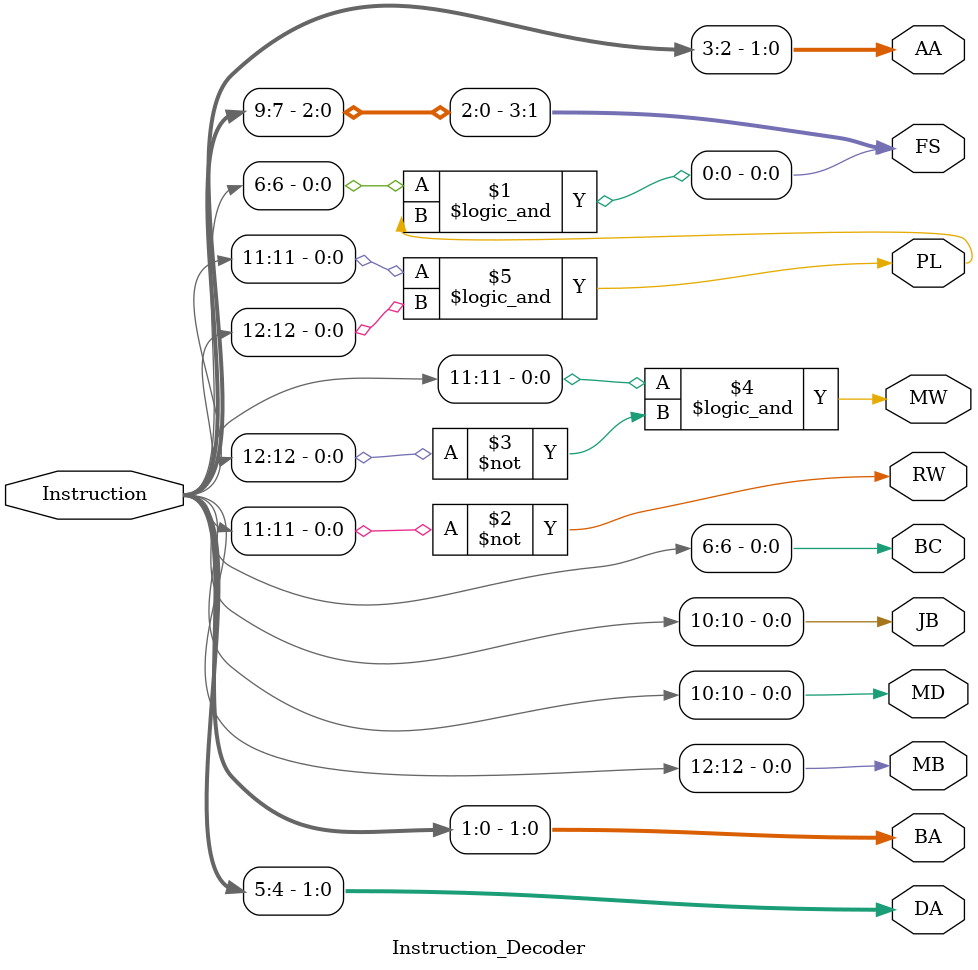
<source format=v>
module Instruction_Decoder (Instruction, DA, AA, BA, MB, FS, MD, RW, MW, PL, JB, BC);
input   [12:0] Instruction;
output  [1:0]  DA, AA, BA;
output  [3:0]  FS;
output  MB, MD, RW, MW, PL, JB, BC;

assign DA = Instruction[5:4];
assign AA = Instruction[3:2];
assign BA = Instruction[1:0];
assign MB = Instruction[12];
assign FS[3:1] = Instruction[9:7];
assign FS[0]   = Instruction[6] && PL;
assign MD = Instruction[10];
assign RW = ~Instruction[11];
assign MW = Instruction[11]&&(~Instruction[12]);
assign PL = Instruction[11]&&Instruction[12];
assign JB = Instruction[10];
assign BC = Instruction[6];
endmodule

</source>
